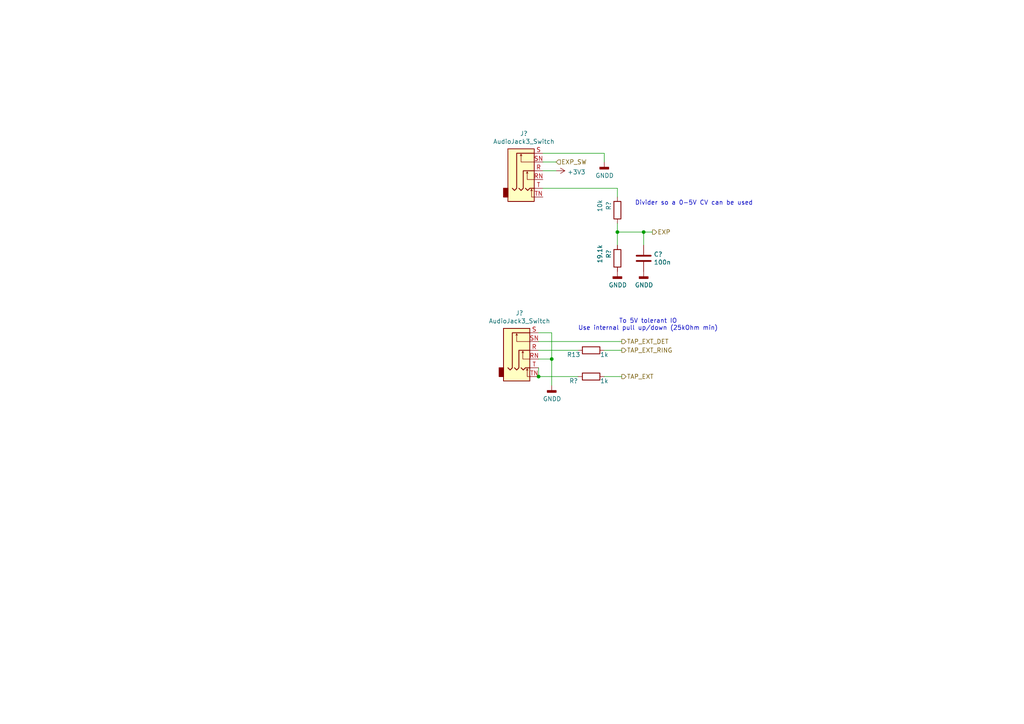
<source format=kicad_sch>
(kicad_sch (version 20250114) (generator "eeschema") (generator_version "9.0")
  (paper "A4")
  (lib_symbols
    (symbol "Device:C" (pin_numbers (hide yes)) (pin_names (offset 0.254))
      (property "Reference" "C" (at 0.635 2.54 0))
      (property "Value" "C" (at 0.635 -2.54 0))
      (symbol "C_0_1"
        (polyline (pts (xy -2.032 0.762) (xy 2.032 0.762)) (stroke (width 0.508)))
        (polyline (pts (xy -2.032 -0.762) (xy 2.032 -0.762)) (stroke (width 0.508)))
      )
      (symbol "C_1_1"
        (pin passive line (at 0 3.81 270) (length 2.794) (name "~") (number "1"))
        (pin passive line (at 0 -3.81 90) (length 2.794) (name "~") (number "2"))
      )
    )
    (symbol "Device:R" (pin_numbers (hide yes)) (pin_names (offset 0))
      (property "Reference" "R" (at 2.032 0 90))
      (property "Value" "R" (at 0 0 90))
      (symbol "R_0_1"
        (rectangle (start -1.016 -2.54) (end 1.016 2.54) (stroke (width 0.254)))
      )
      (symbol "R_1_1"
        (pin passive line (at 0 3.81 270) (length 1.27) (name "~") (number "1"))
        (pin passive line (at 0 -3.81 90) (length 1.27) (name "~") (number "2"))
      )
    )
    (symbol "Digital Board Rev 2-rescue:+3.3V-power" (power) (pin_names (offset 0))
      (property "Value" "power_+3.3V" (at 0 3.556 0))
      (symbol "+3.3V-power_0_1"
        (polyline (pts (xy -0.762 1.27) (xy 0 2.54)))
        (polyline (pts (xy 0 2.54) (xy 0.762 1.27)))
        (polyline (pts (xy 0 0) (xy 0 2.54)))
      )
      (symbol "+3.3V-power_1_1"
        (pin power_in line (at 0 0 90) (length 0) (hide yes) (name "+3V3") (number "1"))
      )
    )
    (symbol "Digital Board Rev 2-rescue:AudioJack3_Switch-Connector"
      (property "Reference" "J" (at 0 11.43 0))
      (property "Value" "Connector_AudioJack3_Switch" (at 0 8.89 0))
      (symbol "AudioJack3_Switch-Connector_0_1"
        (rectangle (start -5.08 -5.08) (end -6.35 -7.62) (stroke (width 0.254)) (fill (type outline)))
        (polyline (pts (xy -1.905 -5.08) (xy -1.27 -5.715) (xy -0.635 -5.08) (xy -0.635 0) (xy 2.54 0)) (stroke (width 0.254)))
        (polyline (pts (xy -1.27 4.826) (xy -1.016 4.318)))
        (polyline (pts (xy 0 -5.08) (xy 0.635 -5.715) (xy 1.27 -5.08) (xy 2.54 -5.08)) (stroke (width 0.254)))
        (polyline (pts (xy 0.508 -0.254) (xy 0.762 -0.762)))
        (polyline (pts (xy 1.778 -5.334) (xy 2.032 -5.842)))
        (rectangle (start 2.54 6.35) (end -5.08 -8.89) (stroke (width 0.254)) (fill (type background)))
        (polyline (pts (xy 2.54 5.08) (xy -2.54 5.08) (xy -2.54 -5.08) (xy -3.175 -5.715) (xy -3.81 -5.08)) (stroke (width 0.254)))
        (polyline (pts (xy 2.54 2.54) (xy -1.27 2.54) (xy -1.27 4.826) (xy -1.524 4.318)))
        (polyline (pts (xy 2.54 -2.54) (xy 0.508 -2.54) (xy 0.508 -0.254) (xy 0.254 -0.762)))
        (polyline (pts (xy 2.54 -7.62) (xy 1.778 -7.62) (xy 1.778 -5.334) (xy 1.524 -5.842)))
      )
      (symbol "AudioJack3_Switch-Connector_1_1"
        (pin passive line (at 5.08 5.08 180) (length 2.54) (name "~") (number "S"))
        (pin passive line (at 5.08 2.54 180) (length 2.54) (name "~") (number "SN"))
        (pin passive line (at 5.08 0 180) (length 2.54) (name "~") (number "R"))
        (pin passive line (at 5.08 -2.54 180) (length 2.54) (name "~") (number "RN"))
        (pin passive line (at 5.08 -5.08 180) (length 2.54) (name "~") (number "T"))
        (pin passive line (at 5.08 -7.62 180) (length 2.54) (name "~") (number "TN"))
      )
    )
    (symbol "Digital Board Rev 2-rescue:GNDD-power" (power) (pin_names (offset 0))
      (property "Value" "power_GNDD" (at 0 -3.175 0))
      (symbol "GNDD-power_0_1"
        (rectangle (start -1.27 -1.524) (end 1.27 -2.032) (stroke (width 0.254)) (fill (type outline)))
        (polyline (pts (xy 0 0) (xy 0 -1.524)))
      )
      (symbol "GNDD-power_1_1"
        (pin power_in line (at 0 0 270) (length 0) (hide yes) (name "GNDD") (number "1"))
      )
    )
  )
  (text "Divider so a 0-5V CV can be used" (at 184.15 59.69 0) (effects (font (size 1.27 1.27)) (justify left bottom)))
  (text "To 5V tolerant IO\nUse internal pull up/down (25kOhm min)\n\n" (at 187.96 95.25 0) (effects (font (size 1.27 1.27))))
  (junction (at 186.69 67.31))
  (junction (at 156.21 109.22))
  (junction (at 160.02 104.14))
  (junction (at 179.07 67.31))
  (wire (pts (xy 186.69 67.31) (xy 179.07 67.31)))
  (wire (pts (xy 189.23 67.31) (xy 186.69 67.31)))
  (wire (pts (xy 175.26 46.99) (xy 175.26 44.45)))
  (wire (pts (xy 157.48 54.61) (xy 179.07 54.61)))
  (wire (pts (xy 186.69 71.12) (xy 186.69 67.31)))
  (wire (pts (xy 175.26 109.22) (xy 180.34 109.22)))
  (wire (pts (xy 175.26 101.6) (xy 180.34 101.6)))
  (wire (pts (xy 156.21 99.06) (xy 180.34 99.06)))
  (wire (pts (xy 179.07 71.12) (xy 179.07 67.31)))
  (wire (pts (xy 157.48 49.53) (xy 161.29 49.53)))
  (wire (pts (xy 157.48 46.99) (xy 161.29 46.99)))
  (wire (pts (xy 179.07 67.31) (xy 179.07 64.77)))
  (wire (pts (xy 156.21 109.22) (xy 156.21 106.68)))
  (wire (pts (xy 160.02 104.14) (xy 160.02 111.76)))
  (wire (pts (xy 156.21 101.6) (xy 167.64 101.6)))
  (wire (pts (xy 157.48 44.45) (xy 175.26 44.45)))
  (wire (pts (xy 160.02 96.52) (xy 160.02 104.14)))
  (wire (pts (xy 156.21 104.14) (xy 160.02 104.14)))
  (wire (pts (xy 179.07 54.61) (xy 179.07 57.15)))
  (wire (pts (xy 156.21 109.22) (xy 167.64 109.22)))
  (wire (pts (xy 160.02 96.52) (xy 156.21 96.52)))
  (hierarchical_label "TAP_EXT_RING" (shape output) (at 180.34 101.6 0))
  (hierarchical_label "EXP" (shape output) (at 189.23 67.31 0))
  (hierarchical_label "EXP_SW" (shape input) (at 161.29 46.99 0))
  (hierarchical_label "TAP_EXT_DET" (shape output) (at 180.34 99.06 0))
  (hierarchical_label "TAP_EXT" (shape output) (at 180.34 109.22 0))
  (symbol (lib_id "Digital Board Rev 2-rescue:AudioJack3_Switch-Connector") (at 152.4 49.53 0) (unit 1)
    (property "Reference" "J9" (at 151.9428 38.735 0))
    (property "Value" "AudioJack3_Switch" (at 151.9428 41.0464 0))
    (property "Footprint" "Pinebox:Jack_0.25in_TRS_Switched" (effects (hide yes)))
    (instances (project "" (path "" (reference "J?") (unit 1)) (path "" (reference "J?") (unit 1)) (path "" (reference "J9") (unit 1))))
  )
  (symbol (lib_id "Digital Board Rev 2-rescue:AudioJack3_Switch-Connector") (at 151.13 101.6 0) (unit 1)
    (property "Reference" "J10" (at 150.6728 90.805 0))
    (property "Value" "AudioJack3_Switch" (at 150.6728 93.1164 0))
    (property "Footprint" "Pinebox:Jack_0.25in_TRS_Switched" (effects (hide yes)))
    (instances (project "" (path "" (reference "J?") (unit 1)) (path "" (reference "J?") (unit 1)) (path "" (reference "J10") (unit 1))))
  )
  (symbol (lib_id "Digital Board Rev 2-rescue:+3.3V-power") (at 161.29 49.53 270) (unit 1)
    (property "Reference" "#PWR0192" (effects (hide yes)))
    (property "Value" "+3V3" (at 164.5412 49.911 90) (effects (justify left)))
    (instances (project "" (path "" (reference "#PWR?") (unit 1)) (path "" (reference "#PWR?") (unit 1)) (path "" (reference "#PWR0192") (unit 1))))
  )
  (symbol (lib_id "Digital Board Rev 2-rescue:GNDD-power") (at 175.26 46.99 0) (unit 1)
    (property "Reference" "#PWR0193" (effects (hide yes)))
    (property "Value" "GNDD" (at 175.3616 50.927 0))
    (instances (project "" (path "" (reference "#PWR?") (unit 1)) (path "" (reference "#PWR?") (unit 1)) (path "" (reference "#PWR0193") (unit 1))))
  )
  (symbol (lib_id "Device:R") (at 179.07 60.96 0) (unit 1)
    (property "Reference" "R8" (at 176.53 59.69 90))
    (property "Value" "10k" (at 173.99 59.69 90))
    (property "Footprint" "Resistor_SMD:R_0805_2012Metric_Pad1.20x1.40mm_HandSolder" (effects (hide yes)))
    (instances (project "" (path "" (reference "R?") (unit 1)) (path "" (reference "R8") (unit 1))))
  )
  (symbol (lib_id "Device:R") (at 179.07 74.93 0) (unit 1)
    (property "Reference" "R9" (at 176.53 73.66 90))
    (property "Value" "19.1k" (at 173.99 73.66 90))
    (property "Footprint" "Resistor_SMD:R_0805_2012Metric_Pad1.20x1.40mm_HandSolder" (effects (hide yes)))
    (instances (project "" (path "" (reference "R?") (unit 1)) (path "" (reference "R9") (unit 1))))
  )
  (symbol (lib_id "Device:C") (at 186.69 74.93 0) (unit 1)
    (property "Reference" "C16" (at 189.611 73.7616 0) (effects (justify left)))
    (property "Value" "100n" (at 189.611 76.073 0) (effects (justify left)))
    (property "Footprint" "Capacitor_SMD:C_0805_2012Metric_Pad1.18x1.45mm_HandSolder" (effects (hide yes)))
    (instances (project "" (path "" (reference "C?") (unit 1)) (path "" (reference "C?") (unit 1)) (path "" (reference "C16") (unit 1))))
  )
  (symbol (lib_id "Digital Board Rev 2-rescue:GNDD-power") (at 186.69 78.74 0) (unit 1)
    (property "Reference" "#PWR0129" (effects (hide yes)))
    (property "Value" "GNDD" (at 186.7916 82.677 0))
    (instances (project "" (path "" (reference "#PWR?") (unit 1)) (path "" (reference "#PWR?") (unit 1)) (path "" (reference "#PWR0129") (unit 1))))
  )
  (symbol (lib_id "Digital Board Rev 2-rescue:GNDD-power") (at 179.07 78.74 0) (unit 1)
    (property "Reference" "#PWR0130" (effects (hide yes)))
    (property "Value" "GNDD" (at 179.1716 82.677 0))
    (instances (project "" (path "" (reference "#PWR?") (unit 1)) (path "" (reference "#PWR?") (unit 1)) (path "" (reference "#PWR0130") (unit 1))))
  )
  (symbol (lib_id "Device:R") (at 171.45 109.22 90) (unit 1)
    (property "Reference" "R7" (at 166.37 110.49 90))
    (property "Value" "1k" (at 175.26 110.49 90))
    (property "Footprint" "Resistor_SMD:R_0805_2012Metric_Pad1.20x1.40mm_HandSolder" (effects (hide yes)))
    (instances (project "" (path "" (reference "R?") (unit 1)) (path "" (reference "R7") (unit 1))))
  )
  (symbol (lib_id "Digital Board Rev 2-rescue:GNDD-power") (at 160.02 111.76 0) (unit 1)
    (property "Reference" "#PWR0132" (effects (hide yes)))
    (property "Value" "GNDD" (at 160.1216 115.697 0))
  )
  (symbol (lib_id "Device:R") (at 171.45 101.6 90) (unit 1)
    (property "Reference" "R13" (at 166.37 102.87 90))
    (property "Value" "1k" (at 175.26 102.87 90))
    (property "Footprint" "Resistor_SMD:R_0805_2012Metric_Pad1.20x1.40mm_HandSolder" (effects (hide yes)))
  )
)
</source>
